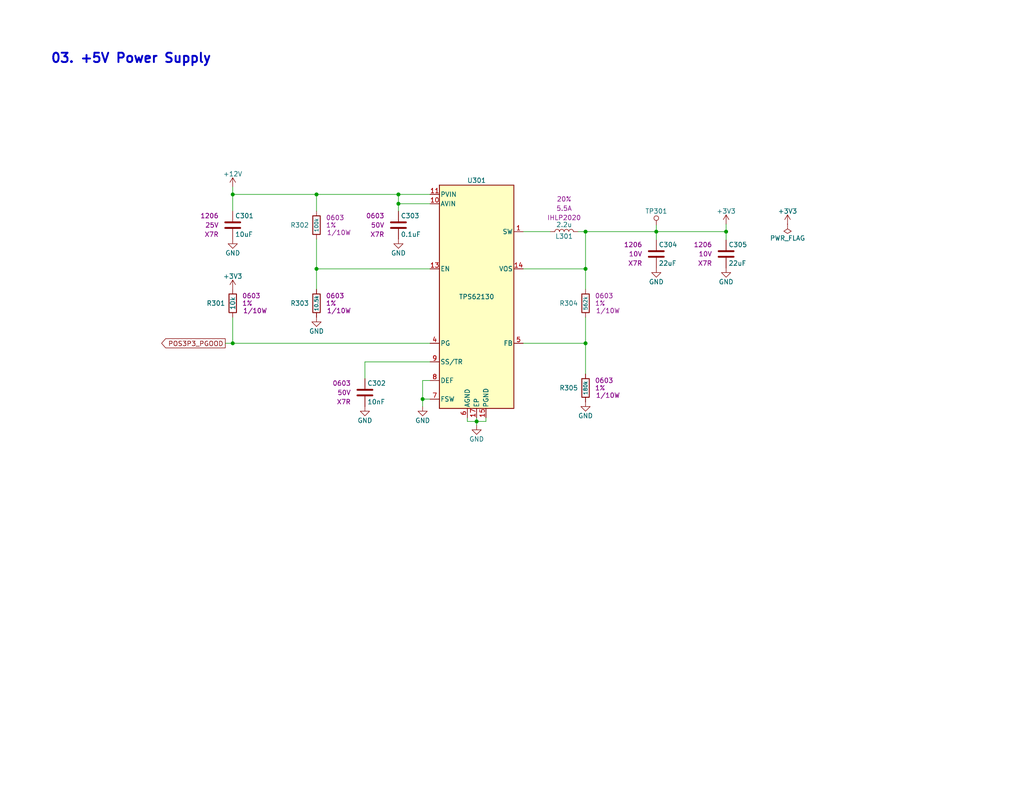
<source format=kicad_sch>
(kicad_sch (version 20230121) (generator eeschema)
  (paper "A")
  (title_block (title "Stopwatch") (date "2024-01-02") (rev "A") (company "Drew Maatman"))
  (lib_symbols
    (symbol "Custom_Library:C_Custom" (pin_numbers hide) (pin_names (offset 0.254))
      (property "Reference" "C" (at 0.635 2.54 0))
      (property "Value" "C_Custom" (at 0.635 -2.54 0))
      (property "display_footprint" "Foot" (at -3.81 2.54 0))
      (property "Voltage" "V" (at -3.81 0 0))
      (property "Dielectric" "Er" (at -3.81 -2.54 0))
      (symbol "C_Custom_0_1"
        (polyline (pts (xy -2.032 -0.762) (xy 2.032 -0.762)) (stroke (width 0.508)))
        (polyline (pts (xy -2.032 0.762) (xy 2.032 0.762)) (stroke (width 0.508)))
      )
      (symbol "C_Custom_1_1"
        (pin passive line (at 0 3.81 270) (length 2.794) (name "~") (number "1"))
        (pin passive line (at 0 -3.81 90) (length 2.794) (name "~") (number "2"))
      )
    )
    (symbol "Custom_Library:L_Custom" (pin_numbers hide) (pin_names (offset 1.016) hide)
      (property "Reference" "L" (at -1.27 0 90))
      (property "Value" "L_Custom" (at 1.905 0 90))
      (property "display_footprint" "Foot" (at 3.81 0 90))
      (property "Ampacity" "A" (at 6.35 0 90))
      (property "Tolerance" "Tol" (at 8.89 0 90))
      (symbol "L_Custom_0_1"
        (arc (start 0 -2.54) (mid 0.6323 -1.905) (end 0 -1.27))
        (arc (start 0 -1.27) (mid 0.6323 -0.635) (end 0 0))
        (arc (start 0 0) (mid 0.6323 0.635) (end 0 1.27))
        (arc (start 0 1.27) (mid 0.6323 1.905) (end 0 2.54))
      )
      (symbol "L_Custom_1_1"
        (pin passive line (at 0 3.81 270) (length 1.27) (name "1") (number "1"))
        (pin passive line (at 0 -3.81 90) (length 1.27) (name "2") (number "2"))
      )
    )
    (symbol "Custom_Library:R_Custom" (pin_numbers hide) (pin_names (offset 1.016) hide)
      (property "Reference" "R" (at -2.54 0 90))
      (property "Value" "R_Custom" (at 0 0 90))
      (property "display_footprint" "Foot" (at 2.54 0 90))
      (property "Tolerance" "Tol" (at 5.08 0 90))
      (property "Wattage" "W" (at 7.62 0 90))
      (symbol "R_Custom_0_1"
        (rectangle (start 1.016 2.54) (end -1.016 -2.54) (stroke (width 0.254)))
      )
      (symbol "R_Custom_1_1"
        (pin passive line (at 0 3.81 270) (length 1.27) (name "1") (number "1"))
        (pin passive line (at 0 -3.81 90) (length 1.27) (name "2") (number "2"))
      )
    )
    (symbol "Custom_Library:TP" (pin_numbers hide) (pin_names (offset 0) hide)
      (property "Reference" "TP" (at 0 3.81 0))
      (symbol "TP_0_1"
        (polyline (pts (xy 0 0) (xy 0 1.27)))
        (circle (center 0 1.905) (radius 0.635))
      )
      (symbol "TP_1_1"
        (pin passive line (at 0 0 90) (length 0) (name "TP") (number "1"))
      )
    )
    (symbol "Custom_Library:TPS62130" (pin_names (offset 0.254))
      (property "Reference" "U" (at 0 31.75 0))
      (property "Value" "TPS62130" (at 0 0 0))
      (symbol "TPS62130_0_1"
        (rectangle (start -10.16 30.48) (end 10.16 -30.48) (stroke (width 0.254)) (fill (type background)))
      )
      (symbol "TPS62130_1_1"
        (pin output line (at 12.7 17.78 180) (length 2.54) (name "SW") (number "1"))
        (pin power_in line (at -12.7 25.4 0) (length 2.54) (name "AVIN") (number "10"))
        (pin power_in line (at -12.7 27.94 0) (length 2.54) (name "PVIN") (number "11"))
        (pin passive line (at -12.7 27.94 0) (length 2.54) hide (name "PVIN") (number "12"))
        (pin input line (at -12.7 7.62 0) (length 2.54) (name "EN") (number "13"))
        (pin input line (at 12.7 7.62 180) (length 2.54) (name "VOS") (number "14"))
        (pin power_in line (at 2.54 -33.02 90) (length 2.54) (name "PGND") (number "15"))
        (pin passive line (at 2.54 -33.02 90) (length 2.54) hide (name "PGND") (number "16"))
        (pin power_in line (at 0 -33.02 90) (length 2.54) (name "EP") (number "17"))
        (pin passive line (at 12.7 17.78 180) (length 2.54) hide (name "SW") (number "2"))
        (pin passive line (at 12.7 17.78 180) (length 2.54) hide (name "SW") (number "3"))
        (pin open_collector line (at -12.7 -12.7 0) (length 2.54) (name "PG") (number "4"))
        (pin input line (at 12.7 -12.7 180) (length 2.54) (name "FB") (number "5"))
        (pin power_in line (at -2.54 -33.02 90) (length 2.54) (name "AGND") (number "6"))
        (pin input line (at -12.7 -27.94 0) (length 2.54) (name "FSW") (number "7"))
        (pin input line (at -12.7 -22.86 0) (length 2.54) (name "DEF") (number "8"))
        (pin input line (at -12.7 -17.78 0) (length 2.54) (name "SS/TR") (number "9"))
      )
    )
    (symbol "Incrementor-rescue:+3.3V-power" (power) (pin_names (offset 0))
      (property "Value" "+3.3V-power" (at 0 3.556 0))
      (symbol "+3.3V-power_0_1"
        (polyline (pts (xy -0.762 1.27) (xy 0 2.54)))
        (polyline (pts (xy 0 0) (xy 0 2.54)))
        (polyline (pts (xy 0 2.54) (xy 0.762 1.27)))
      )
      (symbol "+3.3V-power_1_1"
        (pin power_in line (at 0 0 90) (length 0) hide (name "+3V3") (number "1"))
      )
    )
    (symbol "power:+12V" (power) (pin_names (offset 0))
      (property "Value" "+12V" (at 0 3.556 0))
      (symbol "+12V_0_1"
        (polyline (pts (xy -0.762 1.27) (xy 0 2.54)))
        (polyline (pts (xy 0 0) (xy 0 2.54)))
        (polyline (pts (xy 0 2.54) (xy 0.762 1.27)))
      )
      (symbol "+12V_1_1"
        (pin power_in line (at 0 0 90) (length 0) hide (name "+12V") (number "1"))
      )
    )
    (symbol "power:GND" (power) (pin_names (offset 0))
      (property "Value" "GND" (at 0 -3.81 0))
      (symbol "GND_0_1"
        (polyline (pts (xy 0 0) (xy 0 -1.27) (xy 1.27 -1.27) (xy 0 -2.54) (xy -1.27 -1.27) (xy 0 -1.27)))
      )
      (symbol "GND_1_1"
        (pin power_in line (at 0 0 270) (length 0) hide (name "GND") (number "1"))
      )
    )
    (symbol "power:PWR_FLAG" (power) (pin_numbers hide) (pin_names (offset 0) hide)
      (property "Value" "PWR_FLAG" (at 0 3.81 0))
      (symbol "PWR_FLAG_0_0"
        (pin power_out line (at 0 0 90) (length 0) (name "pwr") (number "1"))
      )
      (symbol "PWR_FLAG_0_1"
        (polyline (pts (xy 0 0) (xy 0 1.27) (xy -1.016 1.905) (xy 0 2.54) (xy 1.016 1.905) (xy 0 1.27)))
      )
    )
  )
  (junction (at 63.5 93.726))
  (junction (at 159.766 73.406))
  (junction (at 159.766 63.246))
  (junction (at 159.766 93.726))
  (junction (at 63.5 53.086))
  (junction (at 108.712 53.086))
  (junction (at 108.712 55.626))
  (junction (at 130.048 115.062))
  (junction (at 86.36 53.086))
  (junction (at 115.316 108.966))
  (junction (at 179.07 63.246))
  (junction (at 86.36 73.406))
  (junction (at 198.12 63.246))
  (wire (pts (xy 115.316 103.886) (xy 117.348 103.886)))
  (wire (pts (xy 86.36 57.658) (xy 86.36 53.086)))
  (wire (pts (xy 130.048 115.062) (xy 127.508 115.062)))
  (wire (pts (xy 130.048 116.078) (xy 130.048 115.062)))
  (wire (pts (xy 159.766 73.406) (xy 159.766 63.246)))
  (wire (pts (xy 179.07 65.532) (xy 179.07 63.246)))
  (wire (pts (xy 63.5 93.726) (xy 63.5 86.614)))
  (wire (pts (xy 159.766 93.726) (xy 159.766 86.614)))
  (wire (pts (xy 99.568 103.378) (xy 99.568 98.806)))
  (wire (pts (xy 130.048 115.062) (xy 130.048 114.046)))
  (wire (pts (xy 115.316 110.998) (xy 115.316 108.966)))
  (wire (pts (xy 108.712 55.626) (xy 108.712 53.086)))
  (wire (pts (xy 142.748 73.406) (xy 159.766 73.406)))
  (wire (pts (xy 61.468 93.726) (xy 63.5 93.726)))
  (wire (pts (xy 159.766 78.994) (xy 159.766 73.406)))
  (wire (pts (xy 86.36 73.406) (xy 117.348 73.406)))
  (wire (pts (xy 127.508 115.062) (xy 127.508 114.046)))
  (wire (pts (xy 99.568 98.806) (xy 117.348 98.806)))
  (wire (pts (xy 117.348 53.086) (xy 108.712 53.086)))
  (wire (pts (xy 117.348 93.726) (xy 63.5 93.726)))
  (wire (pts (xy 198.12 61.214) (xy 198.12 63.246)))
  (wire (pts (xy 159.766 63.246) (xy 157.734 63.246)))
  (wire (pts (xy 108.712 55.626) (xy 108.712 57.658)))
  (wire (pts (xy 86.36 73.406) (xy 86.36 78.994)))
  (wire (pts (xy 179.07 61.468) (xy 179.07 63.246)))
  (wire (pts (xy 63.5 53.086) (xy 86.36 53.086)))
  (wire (pts (xy 63.5 53.086) (xy 63.5 57.658)))
  (wire (pts (xy 117.348 55.626) (xy 108.712 55.626)))
  (wire (pts (xy 86.36 53.086) (xy 108.712 53.086)))
  (wire (pts (xy 198.12 63.246) (xy 198.12 65.532)))
  (wire (pts (xy 130.048 115.062) (xy 132.588 115.062)))
  (wire (pts (xy 159.766 93.726) (xy 159.766 102.108)))
  (wire (pts (xy 179.07 63.246) (xy 159.766 63.246)))
  (wire (pts (xy 132.588 115.062) (xy 132.588 114.046)))
  (wire (pts (xy 117.348 108.966) (xy 115.316 108.966)))
  (wire (pts (xy 115.316 108.966) (xy 115.316 103.886)))
  (wire (pts (xy 159.766 93.726) (xy 142.748 93.726)))
  (wire (pts (xy 63.5 51.054) (xy 63.5 53.086)))
  (wire (pts (xy 179.07 63.246) (xy 198.12 63.246)))
  (wire (pts (xy 142.748 63.246) (xy 150.114 63.246)))
  (wire (pts (xy 86.36 65.278) (xy 86.36 73.406)))
  (text "03. +5V Power Supply" (at 13.716 17.526 0) (effects (font (size 2.54 2.54) (thickness 0.508) bold) (justify left bottom)))
  (global_label "POS3P3_PGOOD" (shape output) (at 61.468 93.726 180) (property "Intersheetrefs" "${INTERSHEET_REFS}" (effects hide)))
  (symbol (lib_id "Custom_Library:L_Custom") (at 153.924 63.246 90) (unit 1)
    (property "Reference" "L301" (at 153.924 64.516 90))
    (property "Value" "2.2u" (at 153.924 61.341 90))
    (property "Footprint" "Inductors_SMD:L_Vishay_IHLP-2020" (effects hide))
    (property "Digi-Key PN" "541-1236-1-ND" (effects hide))
    (property "display_footprint" "IHLP2020" (at 153.924 59.436 90))
    (property "Ampacity" "5.5A" (at 153.924 56.896 90))
    (property "Tolerance" "20%" (at 153.924 54.356 90))
  )
  (symbol (lib_id "Custom_Library:C_Custom") (at 108.712 61.468 0) (unit 1)
    (property "Reference" "C303" (at 109.347 58.928 0) (effects (justify left)))
    (property "Value" "0.1uF" (at 109.347 64.008 0) (effects (justify left)))
    (property "Footprint" "Capacitors_SMD:C_0603" (effects hide))
    (property "display_footprint" "0603" (at 104.902 58.928 0) (effects (justify right)))
    (property "Voltage" "50V" (at 104.902 61.468 0) (effects (justify right)))
    (property "Dielectric" "X7R" (at 104.902 64.008 0) (effects (justify right)))
    (property "Digi-Key PN" "490-8020-1-ND" (effects hide))
  )
  (symbol (lib_id "power:GND") (at 108.712 65.278 0) (unit 1)
    (property "Reference" "#PWR0305" (effects hide))
    (property "Value" "GND" (at 108.712 69.088 0))
  )
  (symbol (lib_id "Custom_Library:C_Custom") (at 63.5 61.468 0) (unit 1)
    (property "Reference" "C301" (at 64.135 58.928 0) (effects (justify left)))
    (property "Value" "10uF" (at 64.135 64.008 0) (effects (justify left)))
    (property "Footprint" "Capacitors_SMD:C_1206" (effects hide))
    (property "display_footprint" "1206" (at 59.69 58.928 0) (effects (justify right)))
    (property "Voltage" "25V" (at 59.69 61.468 0) (effects (justify right)))
    (property "Dielectric" "X7R" (at 59.69 64.008 0) (effects (justify right)))
    (property "Digi-Key PN" "1276-7031-1-ND" (effects hide))
  )
  (symbol (lib_id "power:GND") (at 63.5 65.278 0) (unit 1)
    (property "Reference" "#PWR0302" (effects hide))
    (property "Value" "GND" (at 63.5 69.088 0))
  )
  (symbol (lib_id "power:+12V") (at 63.5 51.054 0) (unit 1)
    (property "Reference" "#PWR0301" (effects hide))
    (property "Value" "+12V" (at 63.5 47.498 0))
  )
  (symbol (lib_id "Custom_Library:TPS62130") (at 130.048 81.026 0) (unit 1)
    (property "Reference" "U301" (at 130.048 49.276 0))
    (property "Value" "TPS62130" (at 130.048 81.026 0))
    (property "Footprint" "Housings_DFN_QFN:QFN-16-1EP_3x3mm_Pitch0.5mm" (effects hide))
    (property "Datasheet" "http://www.ti.com/lit/ds/symlink/tps62130.pdf" (effects hide))
    (property "Digi-Key PN" "296-37878-1-ND" (effects hide))
  )
  (symbol (lib_id "Custom_Library:R_Custom") (at 86.36 61.468 0) (unit 1)
    (property "Reference" "R302" (at 84.328 61.468 0) (effects (justify right)))
    (property "Value" "100k" (at 86.36 61.468 90) (effects (font (size 1.016 1.016))))
    (property "Footprint" "Resistors_SMD:R_0603" (effects hide))
    (property "display_footprint" "0603" (at 88.9 59.436 0) (effects (justify left)))
    (property "Tolerance" "1%" (at 88.9 61.468 0) (effects (justify left)))
    (property "Wattage" "1/10W" (at 89.154 63.5 0) (effects (justify left)))
    (property "Digi-Key PN" "A106046CT-ND" (effects hide))
  )
  (symbol (lib_id "power:GND") (at 86.36 86.614 0) (unit 1)
    (property "Reference" "#PWR0303" (effects hide))
    (property "Value" "GND" (at 86.36 90.424 0))
  )
  (symbol (lib_id "power:GND") (at 130.048 116.078 0) (unit 1)
    (property "Reference" "#PWR0307" (effects hide))
    (property "Value" "GND" (at 130.048 119.888 0))
  )
  (symbol (lib_id "power:GND") (at 115.316 110.998 0) (unit 1)
    (property "Reference" "#PWR0306" (effects hide))
    (property "Value" "GND" (at 115.316 114.808 0))
  )
  (symbol (lib_id "Custom_Library:C_Custom") (at 179.07 69.342 0) (unit 1)
    (property "Reference" "C304" (at 179.705 66.802 0) (effects (justify left)))
    (property "Value" "22uF" (at 179.705 71.882 0) (effects (justify left)))
    (property "Footprint" "Capacitors_SMD:C_1206" (effects hide))
    (property "display_footprint" "1206" (at 175.26 66.802 0) (effects (justify right)))
    (property "Voltage" "10V" (at 175.26 69.342 0) (effects (justify right)))
    (property "Dielectric" "X7R" (at 175.26 71.882 0) (effects (justify right)))
    (property "Digi-Key PN" "1276-3148-1-ND" (effects hide))
  )
  (symbol (lib_id "Custom_Library:R_Custom") (at 63.5 82.804 0) (unit 1)
    (property "Reference" "R301" (at 61.468 82.804 0) (effects (justify right)))
    (property "Value" "10k" (at 63.5 82.804 90))
    (property "Footprint" "Resistors_SMD:R_0603" (effects hide))
    (property "display_footprint" "0603" (at 66.04 80.772 0) (effects (justify left)))
    (property "Tolerance" "1%" (at 66.04 82.804 0) (effects (justify left)))
    (property "Wattage" "1/10W" (at 66.294 84.836 0) (effects (justify left)))
    (property "Digi-Key PN" "RHM10KADCT-ND" (effects hide))
  )
  (symbol (lib_id "Custom_Library:C_Custom") (at 99.568 107.188 0) (unit 1)
    (property "Reference" "C302" (at 100.203 104.648 0) (effects (justify left)))
    (property "Value" "10nF" (at 100.203 109.728 0) (effects (justify left)))
    (property "Footprint" "Capacitors_SMD:C_0603" (effects hide))
    (property "display_footprint" "0603" (at 95.758 104.648 0) (effects (justify right)))
    (property "Voltage" "50V" (at 95.758 107.188 0) (effects (justify right)))
    (property "Dielectric" "X7R" (at 95.758 109.728 0) (effects (justify right)))
    (property "Digi-Key PN" "1276-1921-1-ND" (effects hide))
  )
  (symbol (lib_id "power:GND") (at 99.568 110.998 0) (unit 1)
    (property "Reference" "#PWR0304" (effects hide))
    (property "Value" "GND" (at 99.568 114.808 0))
  )
  (symbol (lib_id "Custom_Library:R_Custom") (at 159.766 82.804 0) (unit 1)
    (property "Reference" "R304" (at 157.734 82.804 0) (effects (justify right)))
    (property "Value" "562k" (at 159.766 82.804 90) (effects (font (size 1.016 1.016))))
    (property "Footprint" "Resistors_SMD:R_0603" (effects hide))
    (property "display_footprint" "0603" (at 162.306 80.772 0) (effects (justify left)))
    (property "Tolerance" "1%" (at 162.306 82.804 0) (effects (justify left)))
    (property "Wattage" "1/10W" (at 162.56 84.836 0) (effects (justify left)))
    (property "Digi-Key PN" "311-562KHRCT-ND" (effects hide))
  )
  (symbol (lib_id "Custom_Library:R_Custom") (at 159.766 105.918 0) (unit 1)
    (property "Reference" "R305" (at 157.734 105.918 0) (effects (justify right)))
    (property "Value" "180k" (at 159.766 105.918 90) (effects (font (size 1.016 1.016))))
    (property "Footprint" "Resistors_SMD:R_0603" (effects hide))
    (property "display_footprint" "0603" (at 162.306 103.886 0) (effects (justify left)))
    (property "Tolerance" "1%" (at 162.306 105.918 0) (effects (justify left)))
    (property "Wattage" "1/10W" (at 162.56 107.95 0) (effects (justify left)))
    (property "Digi-Key PN" "749-1763-1-ND" (effects hide))
  )
  (symbol (lib_id "power:GND") (at 159.766 109.728 0) (unit 1)
    (property "Reference" "#PWR0308" (effects hide))
    (property "Value" "GND" (at 159.766 113.538 0))
  )
  (symbol (lib_id "power:GND") (at 179.07 73.152 0) (unit 1)
    (property "Reference" "#PWR0309" (effects hide))
    (property "Value" "GND" (at 179.07 76.962 0))
  )
  (symbol (lib_id "Custom_Library:C_Custom") (at 198.12 69.342 0) (unit 1)
    (property "Reference" "C305" (at 198.755 66.802 0) (effects (justify left)))
    (property "Value" "22uF" (at 198.755 71.882 0) (effects (justify left)))
    (property "Footprint" "Capacitors_SMD:C_1206" (effects hide))
    (property "display_footprint" "1206" (at 194.31 66.802 0) (effects (justify right)))
    (property "Voltage" "10V" (at 194.31 69.342 0) (effects (justify right)))
    (property "Dielectric" "X7R" (at 194.31 71.882 0) (effects (justify right)))
    (property "Digi-Key PN" "1276-3148-1-ND" (effects hide))
  )
  (symbol (lib_id "power:GND") (at 198.12 73.152 0) (unit 1)
    (property "Reference" "#PWR0310" (effects hide))
    (property "Value" "GND" (at 198.12 76.962 0))
  )
  (symbol (lib_id "Custom_Library:R_Custom") (at 86.36 82.804 0) (unit 1)
    (property "Reference" "R303" (at 84.328 82.804 0) (effects (justify right)))
    (property "Value" "10.5k" (at 86.36 82.804 90) (effects (font (size 1.016 1.016))))
    (property "Footprint" "Resistors_SMD:R_0603" (effects hide))
    (property "display_footprint" "0603" (at 88.9 80.772 0) (effects (justify left)))
    (property "Tolerance" "1%" (at 88.9 82.804 0) (effects (justify left)))
    (property "Wattage" "1/10W" (at 89.154 84.836 0) (effects (justify left)))
    (property "Digi-Key PN" "311-10.5KHRCT-ND" (effects hide))
  )
  (symbol (lib_id "power:PWR_FLAG") (at 214.884 61.214 180) (unit 1)
    (property "Reference" "#FLG0301" (effects hide))
    (property "Value" "PWR_FLAG" (at 214.884 65.024 0))
  )
  (symbol (lib_id "Custom_Library:TP") (at 179.07 61.468 0) (unit 1)
    (property "Reference" "TP301" (at 179.07 57.658 0))
    (property "Value" "TP" (effects hide))
    (property "Footprint" "Custom Footprints Library:Test_Point" (effects hide))
  )
  (symbol (lib_id "Incrementor-rescue:+3.3V-power") (at 198.12 61.214 0) (unit 1)
    (property "Reference" "#PWR0101" (effects hide))
    (property "Value" "+3.3V" (at 198.12 57.658 0))
  )
  (symbol (lib_id "Incrementor-rescue:+3.3V-power") (at 214.884 61.214 0) (unit 1)
    (property "Reference" "#PWR0102" (effects hide))
    (property "Value" "+3.3V" (at 214.884 57.658 0))
  )
  (symbol (lib_id "Incrementor-rescue:+3.3V-power") (at 63.5 78.994 0) (unit 1)
    (property "Reference" "#PWR0103" (effects hide))
    (property "Value" "+3.3V" (at 63.5 75.438 0))
  )
)
</source>
